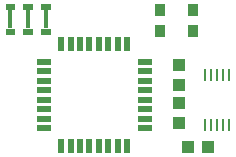
<source format=gtp>
G04 #@! TF.GenerationSoftware,KiCad,Pcbnew,6.0.5-a6ca702e91~116~ubuntu20.04.1*
G04 #@! TF.CreationDate,2022-05-08T17:52:19+03:00*
G04 #@! TF.ProjectId,ict_v361,6963745f-7633-4363-912e-6b696361645f,rev?*
G04 #@! TF.SameCoordinates,Original*
G04 #@! TF.FileFunction,Paste,Top*
G04 #@! TF.FilePolarity,Positive*
%FSLAX46Y46*%
G04 Gerber Fmt 4.6, Leading zero omitted, Abs format (unit mm)*
G04 Created by KiCad (PCBNEW 6.0.5-a6ca702e91~116~ubuntu20.04.1) date 2022-05-08 17:52:19*
%MOMM*%
%LPD*%
G01*
G04 APERTURE LIST*
%ADD10R,1.270000X0.558800*%
%ADD11R,0.558800X1.270000*%
%ADD12R,0.250000X1.000000*%
%ADD13R,0.900000X1.100000*%
%ADD14R,1.050000X1.080000*%
%ADD15R,1.100000X1.000000*%
%ADD16R,0.400000X1.600000*%
G04 APERTURE END LIST*
G36*
X138801100Y-94203600D02*
G01*
X138001100Y-94203600D01*
X138001100Y-93703600D01*
X138801100Y-93703600D01*
X138801100Y-94203600D01*
G37*
G36*
X140301100Y-94203600D02*
G01*
X139501100Y-94203600D01*
X139501100Y-93703600D01*
X140301100Y-93703600D01*
X140301100Y-94203600D01*
G37*
G36*
X141801100Y-94203600D02*
G01*
X141001100Y-94203600D01*
X141001100Y-93703600D01*
X141801100Y-93703600D01*
X141801100Y-94203600D01*
G37*
G36*
X138801100Y-96303600D02*
G01*
X138001100Y-96303600D01*
X138001100Y-95803600D01*
X138801100Y-95803600D01*
X138801100Y-96303600D01*
G37*
G36*
X140301100Y-96303600D02*
G01*
X139501100Y-96303600D01*
X139501100Y-95803600D01*
X140301100Y-95803600D01*
X140301100Y-96303600D01*
G37*
G36*
X141801100Y-96303600D02*
G01*
X141001100Y-96303600D01*
X141001100Y-95803600D01*
X141801100Y-95803600D01*
X141801100Y-96303600D01*
G37*
D10*
X149793700Y-98603600D03*
X149793700Y-99403600D03*
X149793700Y-100203600D03*
X149793700Y-101003600D03*
X149793700Y-101803600D03*
X149793700Y-102603600D03*
X149793700Y-103403600D03*
X149793700Y-104203600D03*
D11*
X148301100Y-105696200D03*
X147501100Y-105696200D03*
X146701100Y-105696200D03*
X145901100Y-105696200D03*
X145101100Y-105696200D03*
X144301100Y-105696200D03*
X143501100Y-105696200D03*
X142701100Y-105696200D03*
D10*
X141208500Y-104203600D03*
X141208500Y-103403600D03*
X141208500Y-102603600D03*
X141208500Y-101803600D03*
X141208500Y-101003600D03*
X141208500Y-100203600D03*
X141208500Y-99403600D03*
X141208500Y-98603600D03*
D11*
X142701100Y-97111000D03*
X143501100Y-97111000D03*
X144301100Y-97111000D03*
X145101100Y-97111000D03*
X145901100Y-97111000D03*
X146701100Y-97111000D03*
X147501100Y-97111000D03*
X148301100Y-97111000D03*
D12*
X156891000Y-103918300D03*
X156391000Y-103918300D03*
X155891000Y-103918300D03*
X155391000Y-103918300D03*
X154891000Y-103918300D03*
X154891000Y-99692100D03*
X155391000Y-99692100D03*
X155891000Y-99692100D03*
X156391000Y-99692100D03*
X156891000Y-99692100D03*
D13*
X151101100Y-96003600D03*
X153901100Y-94203600D03*
X153901100Y-96003600D03*
X151101100Y-94203600D03*
D14*
X155176100Y-105803600D03*
X153426100Y-105803600D03*
D15*
X152701100Y-100553600D03*
X152701100Y-98853600D03*
X152701100Y-102053600D03*
X152701100Y-103753600D03*
D16*
X138401100Y-95003600D03*
X139901100Y-95003600D03*
X141401100Y-95003600D03*
M02*

</source>
